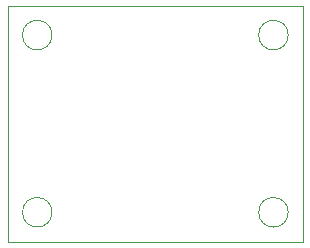
<source format=gbr>
%TF.GenerationSoftware,KiCad,Pcbnew,(5.1.6)-1*%
%TF.CreationDate,2020-10-24T11:54:00+02:00*%
%TF.ProjectId,Photodiode_PCB,50686f74-6f64-4696-9f64-655f5043422e,rev?*%
%TF.SameCoordinates,Original*%
%TF.FileFunction,Profile,NP*%
%FSLAX46Y46*%
G04 Gerber Fmt 4.6, Leading zero omitted, Abs format (unit mm)*
G04 Created by KiCad (PCBNEW (5.1.6)-1) date 2020-10-24 11:54:00*
%MOMM*%
%LPD*%
G01*
G04 APERTURE LIST*
%TA.AperFunction,Profile*%
%ADD10C,0.050000*%
%TD*%
G04 APERTURE END LIST*
D10*
X141250000Y-92500000D02*
G75*
G03*
X141250000Y-92500000I-1250000J0D01*
G01*
X161250000Y-92500000D02*
G75*
G03*
X161250000Y-92500000I-1250000J0D01*
G01*
X161250000Y-107500000D02*
G75*
G03*
X161250000Y-107500000I-1250000J0D01*
G01*
X141250000Y-107500000D02*
G75*
G03*
X141250000Y-107500000I-1250000J0D01*
G01*
X162500000Y-90000000D02*
X162500000Y-110000000D01*
X137500000Y-110000000D02*
X137500000Y-90000000D01*
X137500000Y-90000000D02*
X162500000Y-90000000D01*
X137500000Y-110000000D02*
X162500000Y-110000000D01*
M02*

</source>
